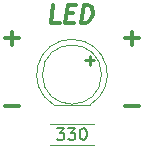
<source format=gto>
G04 #@! TF.FileFunction,Legend,Top*
%FSLAX46Y46*%
G04 Gerber Fmt 4.6, Leading zero omitted, Abs format (unit mm)*
G04 Created by KiCad (PCBNEW 4.0.7) date 04/11/19 21:30:31*
%MOMM*%
%LPD*%
G01*
G04 APERTURE LIST*
%ADD10C,0.100000*%
%ADD11C,0.250000*%
%ADD12C,0.300000*%
%ADD13C,0.120000*%
%ADD14C,0.150000*%
G04 APERTURE END LIST*
D10*
D11*
X148463048Y-105481429D02*
X149224953Y-105481429D01*
X148844001Y-105862381D02*
X148844001Y-105100476D01*
D12*
X146270894Y-102278571D02*
X145556608Y-102278571D01*
X145744108Y-100778571D01*
X146869108Y-101492857D02*
X147369108Y-101492857D01*
X147485180Y-102278571D02*
X146770894Y-102278571D01*
X146958394Y-100778571D01*
X147672680Y-100778571D01*
X148128037Y-102278571D02*
X148315537Y-100778571D01*
X148672680Y-100778571D01*
X148878036Y-100850000D01*
X149003037Y-100992857D01*
X149056608Y-101135714D01*
X149092322Y-101421429D01*
X149065537Y-101635714D01*
X148958393Y-101921429D01*
X148869108Y-102064286D01*
X148708393Y-102207143D01*
X148485180Y-102278571D01*
X148128037Y-102278571D01*
X151828572Y-109327143D02*
X152971429Y-109327143D01*
X141668572Y-109327143D02*
X142811429Y-109327143D01*
X151828572Y-103612143D02*
X152971429Y-103612143D01*
X152400000Y-104183571D02*
X152400000Y-103040714D01*
X141668572Y-103612143D02*
X142811429Y-103612143D01*
X142240000Y-104183571D02*
X142240000Y-103040714D01*
D13*
X145460000Y-110900000D02*
X149180000Y-110900000D01*
X145460000Y-112620000D02*
X149180000Y-112620000D01*
X147320462Y-103690000D02*
G75*
G03X145775170Y-109240000I-462J-2990000D01*
G01*
X147319538Y-103690000D02*
G75*
G02X148864830Y-109240000I462J-2990000D01*
G01*
X149820000Y-106680000D02*
G75*
G03X149820000Y-106680000I-2500000J0D01*
G01*
X145775000Y-109240000D02*
X148865000Y-109240000D01*
D14*
X146034286Y-111212381D02*
X146653334Y-111212381D01*
X146320000Y-111593333D01*
X146462858Y-111593333D01*
X146558096Y-111640952D01*
X146605715Y-111688571D01*
X146653334Y-111783810D01*
X146653334Y-112021905D01*
X146605715Y-112117143D01*
X146558096Y-112164762D01*
X146462858Y-112212381D01*
X146177143Y-112212381D01*
X146081905Y-112164762D01*
X146034286Y-112117143D01*
X146986667Y-111212381D02*
X147605715Y-111212381D01*
X147272381Y-111593333D01*
X147415239Y-111593333D01*
X147510477Y-111640952D01*
X147558096Y-111688571D01*
X147605715Y-111783810D01*
X147605715Y-112021905D01*
X147558096Y-112117143D01*
X147510477Y-112164762D01*
X147415239Y-112212381D01*
X147129524Y-112212381D01*
X147034286Y-112164762D01*
X146986667Y-112117143D01*
X148224762Y-111212381D02*
X148320001Y-111212381D01*
X148415239Y-111260000D01*
X148462858Y-111307619D01*
X148510477Y-111402857D01*
X148558096Y-111593333D01*
X148558096Y-111831429D01*
X148510477Y-112021905D01*
X148462858Y-112117143D01*
X148415239Y-112164762D01*
X148320001Y-112212381D01*
X148224762Y-112212381D01*
X148129524Y-112164762D01*
X148081905Y-112117143D01*
X148034286Y-112021905D01*
X147986667Y-111831429D01*
X147986667Y-111593333D01*
X148034286Y-111402857D01*
X148081905Y-111307619D01*
X148129524Y-111260000D01*
X148224762Y-111212381D01*
M02*

</source>
